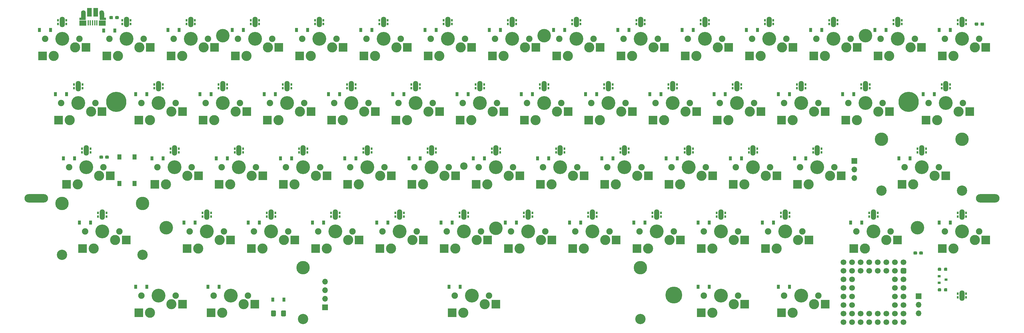
<source format=gbr>
%TF.GenerationSoftware,KiCad,Pcbnew,(5.1.9)-1*%
%TF.CreationDate,2021-10-24T15:32:31+09:00*%
%TF.ProjectId,main2,6d61696e-322e-46b6-9963-61645f706362,2*%
%TF.SameCoordinates,Original*%
%TF.FileFunction,Soldermask,Bot*%
%TF.FilePolarity,Negative*%
%FSLAX46Y46*%
G04 Gerber Fmt 4.6, Leading zero omitted, Abs format (unit mm)*
G04 Created by KiCad (PCBNEW (5.1.9)-1) date 2021-10-24 15:32:31*
%MOMM*%
%LPD*%
G01*
G04 APERTURE LIST*
%ADD10C,1.000000*%
%ADD11C,3.000000*%
%ADD12R,2.550000X2.500000*%
%ADD13C,4.100000*%
%ADD14C,1.900000*%
%ADD15O,1.700000X1.700000*%
%ADD16R,1.700000X1.700000*%
%ADD17C,1.700000*%
%ADD18R,0.900000X1.200000*%
%ADD19C,4.000000*%
%ADD20O,7.000000X2.500000*%
%ADD21C,5.000000*%
%ADD22C,2.200000*%
%ADD23C,6.000000*%
%ADD24C,3.987800*%
%ADD25C,3.048000*%
%ADD26R,1.300000X1.550000*%
%ADD27R,0.900000X0.800000*%
%ADD28O,1.500000X3.150000*%
%ADD29R,0.600000X0.700000*%
%ADD30R,1.350000X2.000000*%
%ADD31R,1.825000X0.700000*%
%ADD32R,2.000000X1.500000*%
%ADD33R,0.400000X1.650000*%
%ADD34O,1.100000X1.500000*%
%ADD35O,1.350000X1.700000*%
%ADD36R,1.430000X2.500000*%
G04 APERTURE END LIST*
D10*
%TO.C,KSW28*%
X311433000Y-133340000D03*
X324360000Y-130800000D03*
D11*
X321085000Y-130800000D03*
X314735000Y-133340000D03*
D12*
X324360000Y-130800000D03*
D13*
X317275000Y-128260000D03*
D14*
X312195000Y-128260000D03*
X322355000Y-128260000D03*
D12*
X311433000Y-133340000D03*
%TD*%
D10*
%TO.C,KSW59*%
X268570000Y-190490000D03*
X281497000Y-187950000D03*
D11*
X278222000Y-187950000D03*
X271872000Y-190490000D03*
D12*
X281497000Y-187950000D03*
D13*
X274412000Y-185410000D03*
D14*
X269332000Y-185410000D03*
X279492000Y-185410000D03*
D12*
X268570000Y-190490000D03*
%TD*%
%TO.C,C4*%
G36*
G01*
X351376000Y-105063500D02*
X351376000Y-104588500D01*
G75*
G02*
X351613500Y-104351000I237500J0D01*
G01*
X352213500Y-104351000D01*
G75*
G02*
X352451000Y-104588500I0J-237500D01*
G01*
X352451000Y-105063500D01*
G75*
G02*
X352213500Y-105301000I-237500J0D01*
G01*
X351613500Y-105301000D01*
G75*
G02*
X351376000Y-105063500I0J237500D01*
G01*
G37*
G36*
G01*
X349651000Y-105063500D02*
X349651000Y-104588500D01*
G75*
G02*
X349888500Y-104351000I237500J0D01*
G01*
X350488500Y-104351000D01*
G75*
G02*
X350726000Y-104588500I0J-237500D01*
G01*
X350726000Y-105063500D01*
G75*
G02*
X350488500Y-105301000I-237500J0D01*
G01*
X349888500Y-105301000D01*
G75*
G02*
X349651000Y-105063500I0J237500D01*
G01*
G37*
%TD*%
%TO.C,C3*%
G36*
G01*
X91915000Y-144560500D02*
X91915000Y-144085500D01*
G75*
G02*
X92152500Y-143848000I237500J0D01*
G01*
X92752500Y-143848000D01*
G75*
G02*
X92990000Y-144085500I0J-237500D01*
G01*
X92990000Y-144560500D01*
G75*
G02*
X92752500Y-144798000I-237500J0D01*
G01*
X92152500Y-144798000D01*
G75*
G02*
X91915000Y-144560500I0J237500D01*
G01*
G37*
G36*
G01*
X90190000Y-144560500D02*
X90190000Y-144085500D01*
G75*
G02*
X90427500Y-143848000I237500J0D01*
G01*
X91027500Y-143848000D01*
G75*
G02*
X91265000Y-144085500I0J-237500D01*
G01*
X91265000Y-144560500D01*
G75*
G02*
X91027500Y-144798000I-237500J0D01*
G01*
X90427500Y-144798000D01*
G75*
G02*
X90190000Y-144560500I0J237500D01*
G01*
G37*
%TD*%
D15*
%TO.C,J4*%
X333017000Y-190678000D03*
X333017000Y-188138000D03*
D16*
X333017000Y-185598000D03*
%TD*%
D15*
%TO.C,J2*%
X157122000Y-181280000D03*
X157122000Y-183820000D03*
X157122000Y-186360000D03*
D16*
X157122000Y-188900000D03*
%TD*%
D17*
%TO.C,U1*%
X328565000Y-175520000D03*
X326025000Y-178060000D03*
X326025000Y-175520000D03*
X323485000Y-178060000D03*
X323485000Y-175520000D03*
X320945000Y-178060000D03*
X320945000Y-175520000D03*
X318405000Y-178060000D03*
X318405000Y-175520000D03*
X315865000Y-178060000D03*
X315865000Y-175520000D03*
X313325000Y-175520000D03*
X310785000Y-175520000D03*
X313325000Y-178060000D03*
X310785000Y-178060000D03*
X313325000Y-180600000D03*
X310785000Y-180600000D03*
X313325000Y-183140000D03*
X310785000Y-183140000D03*
X313325000Y-185680000D03*
X310785000Y-185680000D03*
X313325000Y-188220000D03*
X310785000Y-188220000D03*
X310785000Y-190760000D03*
X310785000Y-193300000D03*
X313325000Y-190760000D03*
X313325000Y-193300000D03*
X315865000Y-190760000D03*
X315865000Y-193300000D03*
X318405000Y-190760000D03*
X318405000Y-193300000D03*
X320945000Y-190760000D03*
X320945000Y-193300000D03*
X323485000Y-190760000D03*
X323485000Y-193300000D03*
X326025000Y-193300000D03*
X328565000Y-193300000D03*
X326025000Y-190760000D03*
X328565000Y-190760000D03*
X326025000Y-188220000D03*
X328565000Y-188220000D03*
X326025000Y-185680000D03*
X328565000Y-185680000D03*
X326025000Y-183140000D03*
X328565000Y-183140000D03*
X326025000Y-180600000D03*
X328565000Y-180600000D03*
G36*
G01*
X329415000Y-177635000D02*
X329415000Y-178485000D01*
G75*
G02*
X328990000Y-178910000I-425000J0D01*
G01*
X328140000Y-178910000D01*
G75*
G02*
X327715000Y-178485000I0J425000D01*
G01*
X327715000Y-177635000D01*
G75*
G02*
X328140000Y-177210000I425000J0D01*
G01*
X328990000Y-177210000D01*
G75*
G02*
X329415000Y-177635000I0J-425000D01*
G01*
G37*
%TD*%
%TO.C,F1*%
G36*
G01*
X142504000Y-190053000D02*
X142504000Y-191303000D01*
G75*
G02*
X142254000Y-191553000I-250000J0D01*
G01*
X141329000Y-191553000D01*
G75*
G02*
X141079000Y-191303000I0J250000D01*
G01*
X141079000Y-190053000D01*
G75*
G02*
X141329000Y-189803000I250000J0D01*
G01*
X142254000Y-189803000D01*
G75*
G02*
X142504000Y-190053000I0J-250000D01*
G01*
G37*
G36*
G01*
X145479000Y-190053000D02*
X145479000Y-191303000D01*
G75*
G02*
X145229000Y-191553000I-250000J0D01*
G01*
X144304000Y-191553000D01*
G75*
G02*
X144054000Y-191303000I0J250000D01*
G01*
X144054000Y-190053000D01*
G75*
G02*
X144304000Y-189803000I250000J0D01*
G01*
X145229000Y-189803000D01*
G75*
G02*
X145479000Y-190053000I0J-250000D01*
G01*
G37*
%TD*%
D18*
%TO.C,DS1*%
X141629000Y-186614000D03*
X144929000Y-186614000D03*
%TD*%
%TO.C,C2*%
G36*
G01*
X94212500Y-102683500D02*
X94212500Y-103158500D01*
G75*
G02*
X93975000Y-103396000I-237500J0D01*
G01*
X93375000Y-103396000D01*
G75*
G02*
X93137500Y-103158500I0J237500D01*
G01*
X93137500Y-102683500D01*
G75*
G02*
X93375000Y-102446000I237500J0D01*
G01*
X93975000Y-102446000D01*
G75*
G02*
X94212500Y-102683500I0J-237500D01*
G01*
G37*
G36*
G01*
X95937500Y-102683500D02*
X95937500Y-103158500D01*
G75*
G02*
X95700000Y-103396000I-237500J0D01*
G01*
X95100000Y-103396000D01*
G75*
G02*
X94862500Y-103158500I0J237500D01*
G01*
X94862500Y-102683500D01*
G75*
G02*
X95100000Y-102446000I237500J0D01*
G01*
X95700000Y-102446000D01*
G75*
G02*
X95937500Y-102683500I0J-237500D01*
G01*
G37*
%TD*%
%TO.C,C1*%
G36*
G01*
X333215000Y-173008500D02*
X333215000Y-172533500D01*
G75*
G02*
X333452500Y-172296000I237500J0D01*
G01*
X334052500Y-172296000D01*
G75*
G02*
X334290000Y-172533500I0J-237500D01*
G01*
X334290000Y-173008500D01*
G75*
G02*
X334052500Y-173246000I-237500J0D01*
G01*
X333452500Y-173246000D01*
G75*
G02*
X333215000Y-173008500I0J237500D01*
G01*
G37*
G36*
G01*
X331490000Y-173008500D02*
X331490000Y-172533500D01*
G75*
G02*
X331727500Y-172296000I237500J0D01*
G01*
X332327500Y-172296000D01*
G75*
G02*
X332565000Y-172533500I0J-237500D01*
G01*
X332565000Y-173008500D01*
G75*
G02*
X332327500Y-173246000I-237500J0D01*
G01*
X331727500Y-173246000D01*
G75*
G02*
X331490000Y-173008500I0J237500D01*
G01*
G37*
%TD*%
D19*
%TO.C,HOLE12*%
X332650000Y-165300000D03*
%TD*%
%TO.C,HOLE10*%
X110000000Y-165300000D03*
%TD*%
%TO.C,HOLE11*%
X207738000Y-165400000D03*
%TD*%
%TO.C,HOLE9*%
X317275000Y-108300000D03*
%TD*%
%TO.C,HOLE8*%
X222025000Y-108310000D03*
%TD*%
%TO.C,HOLE7*%
X126775000Y-108300000D03*
%TD*%
D20*
%TO.C,HOLE6*%
X353540000Y-156500000D03*
%TD*%
%TO.C,HOLE5*%
X71460000Y-156500000D03*
%TD*%
D21*
%TO.C,HOLE4*%
X260500000Y-185200000D03*
%TD*%
D22*
%TO.C,HOLE3*%
X198200000Y-147000000D03*
%TD*%
D23*
%TO.C,HOLE2*%
X330050000Y-127910000D03*
%TD*%
%TO.C,HOLE1*%
X95200000Y-127900000D03*
%TD*%
D24*
%TO.C,STB2*%
X150594000Y-177155000D03*
D25*
X250594000Y-192395000D03*
D24*
X250594000Y-177155000D03*
D25*
X150594000Y-192395000D03*
%TD*%
%TO.C,STB1*%
X79118200Y-173345000D03*
D24*
X79118200Y-158105000D03*
X102994200Y-158105000D03*
D25*
X102994200Y-173345000D03*
%TD*%
%TO.C,STB3*%
X322006000Y-154295000D03*
D24*
X322006000Y-139055000D03*
X345882000Y-139055000D03*
D25*
X345882000Y-154295000D03*
%TD*%
D26*
%TO.C,RSW1*%
X96150000Y-144225000D03*
X100650000Y-144225000D03*
X100650000Y-152175000D03*
X96150000Y-152175000D03*
%TD*%
%TO.C,R2*%
G36*
G01*
X340554000Y-183930500D02*
X340554000Y-183455500D01*
G75*
G02*
X340791500Y-183218000I237500J0D01*
G01*
X341291500Y-183218000D01*
G75*
G02*
X341529000Y-183455500I0J-237500D01*
G01*
X341529000Y-183930500D01*
G75*
G02*
X341291500Y-184168000I-237500J0D01*
G01*
X340791500Y-184168000D01*
G75*
G02*
X340554000Y-183930500I0J237500D01*
G01*
G37*
G36*
G01*
X338729000Y-183930500D02*
X338729000Y-183455500D01*
G75*
G02*
X338966500Y-183218000I237500J0D01*
G01*
X339466500Y-183218000D01*
G75*
G02*
X339704000Y-183455500I0J-237500D01*
G01*
X339704000Y-183930500D01*
G75*
G02*
X339466500Y-184168000I-237500J0D01*
G01*
X338966500Y-184168000D01*
G75*
G02*
X338729000Y-183930500I0J237500D01*
G01*
G37*
%TD*%
%TO.C,R1*%
G36*
G01*
X339704000Y-177359500D02*
X339704000Y-177834500D01*
G75*
G02*
X339466500Y-178072000I-237500J0D01*
G01*
X338966500Y-178072000D01*
G75*
G02*
X338729000Y-177834500I0J237500D01*
G01*
X338729000Y-177359500D01*
G75*
G02*
X338966500Y-177122000I237500J0D01*
G01*
X339466500Y-177122000D01*
G75*
G02*
X339704000Y-177359500I0J-237500D01*
G01*
G37*
G36*
G01*
X341529000Y-177359500D02*
X341529000Y-177834500D01*
G75*
G02*
X341291500Y-178072000I-237500J0D01*
G01*
X340791500Y-178072000D01*
G75*
G02*
X340554000Y-177834500I0J237500D01*
G01*
X340554000Y-177359500D01*
G75*
G02*
X340791500Y-177122000I237500J0D01*
G01*
X341291500Y-177122000D01*
G75*
G02*
X341529000Y-177359500I0J-237500D01*
G01*
G37*
%TD*%
D27*
%TO.C,Q1*%
X341129000Y-180645000D03*
X339129000Y-179695000D03*
X339129000Y-181595000D03*
%TD*%
D28*
%TO.C,LED56*%
X345850000Y-104250000D03*
D29*
X344600000Y-103700000D03*
X344600000Y-104800000D03*
X347100000Y-104800000D03*
X347100000Y-103700000D03*
%TD*%
D28*
%TO.C,LED55*%
X326800000Y-104250000D03*
D29*
X325550000Y-103700000D03*
X325550000Y-104800000D03*
X328050000Y-104800000D03*
X328050000Y-103700000D03*
%TD*%
D28*
%TO.C,LED54*%
X307750000Y-104250000D03*
D29*
X306500000Y-103700000D03*
X306500000Y-104800000D03*
X309000000Y-104800000D03*
X309000000Y-103700000D03*
%TD*%
D28*
%TO.C,LED53*%
X288700000Y-104250000D03*
D29*
X287450000Y-103700000D03*
X287450000Y-104800000D03*
X289950000Y-104800000D03*
X289950000Y-103700000D03*
%TD*%
D28*
%TO.C,LED52*%
X269650000Y-104250000D03*
D29*
X268400000Y-103700000D03*
X268400000Y-104800000D03*
X270900000Y-104800000D03*
X270900000Y-103700000D03*
%TD*%
D28*
%TO.C,LED51*%
X250600000Y-104250000D03*
D29*
X249350000Y-103700000D03*
X249350000Y-104800000D03*
X251850000Y-104800000D03*
X251850000Y-103700000D03*
%TD*%
D28*
%TO.C,LED50*%
X231550000Y-104250000D03*
D29*
X230300000Y-103700000D03*
X230300000Y-104800000D03*
X232800000Y-104800000D03*
X232800000Y-103700000D03*
%TD*%
D28*
%TO.C,LED49*%
X212500000Y-104250000D03*
D29*
X211250000Y-103700000D03*
X211250000Y-104800000D03*
X213750000Y-104800000D03*
X213750000Y-103700000D03*
%TD*%
D28*
%TO.C,LED48*%
X193450000Y-104250000D03*
D29*
X192200000Y-103700000D03*
X192200000Y-104800000D03*
X194700000Y-104800000D03*
X194700000Y-103700000D03*
%TD*%
D28*
%TO.C,LED47*%
X174400000Y-104250000D03*
D29*
X173150000Y-103700000D03*
X173150000Y-104800000D03*
X175650000Y-104800000D03*
X175650000Y-103700000D03*
%TD*%
D28*
%TO.C,LED46*%
X155350000Y-104250000D03*
D29*
X154100000Y-103700000D03*
X154100000Y-104800000D03*
X156600000Y-104800000D03*
X156600000Y-103700000D03*
%TD*%
D28*
%TO.C,LED45*%
X136300000Y-104250000D03*
D29*
X135050000Y-103700000D03*
X135050000Y-104800000D03*
X137550000Y-104800000D03*
X137550000Y-103700000D03*
%TD*%
D28*
%TO.C,LED44*%
X117250000Y-104250000D03*
D29*
X116000000Y-103700000D03*
X116000000Y-104800000D03*
X118500000Y-104800000D03*
X118500000Y-103700000D03*
%TD*%
D28*
%TO.C,LED43*%
X98200000Y-104250000D03*
D29*
X96950000Y-103700000D03*
X96950000Y-104800000D03*
X99450000Y-104800000D03*
X99450000Y-103700000D03*
%TD*%
D28*
%TO.C,LED42*%
X79150000Y-104250000D03*
D29*
X77900000Y-103700000D03*
X77900000Y-104800000D03*
X80400000Y-104800000D03*
X80400000Y-103700000D03*
%TD*%
D28*
%TO.C,LED41*%
X83912500Y-123300000D03*
D29*
X85162500Y-123850000D03*
X85162500Y-122750000D03*
X82662500Y-122750000D03*
X82662500Y-123850000D03*
%TD*%
D28*
%TO.C,LED40*%
X107725000Y-123300000D03*
D29*
X108975000Y-123850000D03*
X108975000Y-122750000D03*
X106475000Y-122750000D03*
X106475000Y-123850000D03*
%TD*%
D28*
%TO.C,LED39*%
X126775000Y-123300000D03*
D29*
X128025000Y-123850000D03*
X128025000Y-122750000D03*
X125525000Y-122750000D03*
X125525000Y-123850000D03*
%TD*%
D28*
%TO.C,LED38*%
X145825000Y-123300000D03*
D29*
X147075000Y-123850000D03*
X147075000Y-122750000D03*
X144575000Y-122750000D03*
X144575000Y-123850000D03*
%TD*%
D28*
%TO.C,LED37*%
X164875000Y-123300000D03*
D29*
X166125000Y-123850000D03*
X166125000Y-122750000D03*
X163625000Y-122750000D03*
X163625000Y-123850000D03*
%TD*%
D28*
%TO.C,LED36*%
X183925000Y-123300000D03*
D29*
X185175000Y-123850000D03*
X185175000Y-122750000D03*
X182675000Y-122750000D03*
X182675000Y-123850000D03*
%TD*%
D28*
%TO.C,LED35*%
X202975000Y-123300000D03*
D29*
X204225000Y-123850000D03*
X204225000Y-122750000D03*
X201725000Y-122750000D03*
X201725000Y-123850000D03*
%TD*%
D28*
%TO.C,LED34*%
X222025000Y-123300000D03*
D29*
X223275000Y-123850000D03*
X223275000Y-122750000D03*
X220775000Y-122750000D03*
X220775000Y-123850000D03*
%TD*%
D28*
%TO.C,LED33*%
X241075000Y-123300000D03*
D29*
X242325000Y-123850000D03*
X242325000Y-122750000D03*
X239825000Y-122750000D03*
X239825000Y-123850000D03*
%TD*%
D28*
%TO.C,LED32*%
X260125000Y-123300000D03*
D29*
X261375000Y-123850000D03*
X261375000Y-122750000D03*
X258875000Y-122750000D03*
X258875000Y-123850000D03*
%TD*%
D28*
%TO.C,LED31*%
X279175000Y-123300000D03*
D29*
X280425000Y-123850000D03*
X280425000Y-122750000D03*
X277925000Y-122750000D03*
X277925000Y-123850000D03*
%TD*%
D28*
%TO.C,LED30*%
X298225000Y-123300000D03*
D29*
X299475000Y-123850000D03*
X299475000Y-122750000D03*
X296975000Y-122750000D03*
X296975000Y-123850000D03*
%TD*%
D28*
%TO.C,LED29*%
X317275000Y-123300000D03*
D29*
X318525000Y-123850000D03*
X318525000Y-122750000D03*
X316025000Y-122750000D03*
X316025000Y-123850000D03*
%TD*%
D28*
%TO.C,LED28*%
X341088000Y-123300000D03*
D29*
X342338000Y-123850000D03*
X342338000Y-122750000D03*
X339838000Y-122750000D03*
X339838000Y-123850000D03*
%TD*%
D28*
%TO.C,LED27*%
X333944000Y-142350000D03*
D29*
X332694000Y-141800000D03*
X332694000Y-142900000D03*
X335194000Y-142900000D03*
X335194000Y-141800000D03*
%TD*%
D28*
%TO.C,LED26*%
X302988000Y-142350000D03*
D29*
X301738000Y-141800000D03*
X301738000Y-142900000D03*
X304238000Y-142900000D03*
X304238000Y-141800000D03*
%TD*%
D28*
%TO.C,LED25*%
X283938000Y-142350000D03*
D29*
X282688000Y-141800000D03*
X282688000Y-142900000D03*
X285188000Y-142900000D03*
X285188000Y-141800000D03*
%TD*%
D28*
%TO.C,LED24*%
X264888000Y-142350000D03*
D29*
X263638000Y-141800000D03*
X263638000Y-142900000D03*
X266138000Y-142900000D03*
X266138000Y-141800000D03*
%TD*%
D28*
%TO.C,LED23*%
X245838000Y-142350000D03*
D29*
X244588000Y-141800000D03*
X244588000Y-142900000D03*
X247088000Y-142900000D03*
X247088000Y-141800000D03*
%TD*%
D28*
%TO.C,LED22*%
X226788000Y-142350000D03*
D29*
X225538000Y-141800000D03*
X225538000Y-142900000D03*
X228038000Y-142900000D03*
X228038000Y-141800000D03*
%TD*%
D28*
%TO.C,LED21*%
X207738000Y-142350000D03*
D29*
X206488000Y-141800000D03*
X206488000Y-142900000D03*
X208988000Y-142900000D03*
X208988000Y-141800000D03*
%TD*%
D28*
%TO.C,LED20*%
X188688000Y-142350000D03*
D29*
X187438000Y-141800000D03*
X187438000Y-142900000D03*
X189938000Y-142900000D03*
X189938000Y-141800000D03*
%TD*%
D28*
%TO.C,LED19*%
X169638000Y-142350000D03*
D29*
X168388000Y-141800000D03*
X168388000Y-142900000D03*
X170888000Y-142900000D03*
X170888000Y-141800000D03*
%TD*%
D28*
%TO.C,LED18*%
X150588000Y-142350000D03*
D29*
X149338000Y-141800000D03*
X149338000Y-142900000D03*
X151838000Y-142900000D03*
X151838000Y-141800000D03*
%TD*%
D28*
%TO.C,LED17*%
X131538000Y-142350000D03*
D29*
X130288000Y-141800000D03*
X130288000Y-142900000D03*
X132788000Y-142900000D03*
X132788000Y-141800000D03*
%TD*%
D28*
%TO.C,LED16*%
X112488000Y-142350000D03*
D29*
X111238000Y-141800000D03*
X111238000Y-142900000D03*
X113738000Y-142900000D03*
X113738000Y-141800000D03*
%TD*%
D28*
%TO.C,LED15*%
X86293800Y-142350000D03*
D29*
X85043800Y-141800000D03*
X85043800Y-142900000D03*
X87543800Y-142900000D03*
X87543800Y-141800000D03*
%TD*%
D28*
%TO.C,LED14*%
X91056200Y-161400000D03*
D29*
X92306200Y-161950000D03*
X92306200Y-160850000D03*
X89806200Y-160850000D03*
X89806200Y-161950000D03*
%TD*%
D28*
%TO.C,LED13*%
X122012000Y-161400000D03*
D29*
X123262000Y-161950000D03*
X123262000Y-160850000D03*
X120762000Y-160850000D03*
X120762000Y-161950000D03*
%TD*%
D28*
%TO.C,LED12*%
X141062000Y-161400000D03*
D29*
X142312000Y-161950000D03*
X142312000Y-160850000D03*
X139812000Y-160850000D03*
X139812000Y-161950000D03*
%TD*%
D28*
%TO.C,LED11*%
X160112000Y-161400000D03*
D29*
X161362000Y-161950000D03*
X161362000Y-160850000D03*
X158862000Y-160850000D03*
X158862000Y-161950000D03*
%TD*%
D28*
%TO.C,LED10*%
X179162000Y-161400000D03*
D29*
X180412000Y-161950000D03*
X180412000Y-160850000D03*
X177912000Y-160850000D03*
X177912000Y-161950000D03*
%TD*%
D28*
%TO.C,LED9*%
X198212000Y-161400000D03*
D29*
X199462000Y-161950000D03*
X199462000Y-160850000D03*
X196962000Y-160850000D03*
X196962000Y-161950000D03*
%TD*%
D28*
%TO.C,LED8*%
X217262000Y-161400000D03*
D29*
X218512000Y-161950000D03*
X218512000Y-160850000D03*
X216012000Y-160850000D03*
X216012000Y-161950000D03*
%TD*%
D28*
%TO.C,LED7*%
X236312000Y-161400000D03*
D29*
X237562000Y-161950000D03*
X237562000Y-160850000D03*
X235062000Y-160850000D03*
X235062000Y-161950000D03*
%TD*%
D28*
%TO.C,LED6*%
X255362000Y-161400000D03*
D29*
X256612000Y-161950000D03*
X256612000Y-160850000D03*
X254112000Y-160850000D03*
X254112000Y-161950000D03*
%TD*%
D28*
%TO.C,LED5*%
X274412000Y-161400000D03*
D29*
X275662000Y-161950000D03*
X275662000Y-160850000D03*
X273162000Y-160850000D03*
X273162000Y-161950000D03*
%TD*%
D28*
%TO.C,LED4*%
X293462000Y-161400000D03*
D29*
X294712000Y-161950000D03*
X294712000Y-160850000D03*
X292212000Y-160850000D03*
X292212000Y-161950000D03*
%TD*%
D28*
%TO.C,LED3*%
X319656000Y-161400000D03*
D29*
X320906000Y-161950000D03*
X320906000Y-160850000D03*
X318406000Y-160850000D03*
X318406000Y-161950000D03*
%TD*%
D28*
%TO.C,LED2*%
X345850000Y-161400000D03*
D29*
X347100000Y-161950000D03*
X347100000Y-160850000D03*
X344600000Y-160850000D03*
X344600000Y-161950000D03*
%TD*%
D28*
%TO.C,LED1*%
X345851000Y-185410000D03*
D29*
X344601000Y-184860000D03*
X344601000Y-185960000D03*
X347101000Y-185960000D03*
X347101000Y-184860000D03*
%TD*%
D10*
%TO.C,KSW60*%
X292383000Y-190490000D03*
X305310000Y-187950000D03*
D11*
X302035000Y-187950000D03*
X295685000Y-190490000D03*
D12*
X305310000Y-187950000D03*
D13*
X298225000Y-185410000D03*
D14*
X293145000Y-185410000D03*
X303305000Y-185410000D03*
D12*
X292383000Y-190490000D03*
%TD*%
D10*
%TO.C,KSW58*%
X194752000Y-190490000D03*
X207679000Y-187950000D03*
D11*
X204404000Y-187950000D03*
X198054000Y-190490000D03*
D12*
X207679000Y-187950000D03*
D13*
X200594000Y-185410000D03*
D14*
X195514000Y-185410000D03*
X205674000Y-185410000D03*
D12*
X194752000Y-190490000D03*
%TD*%
D10*
%TO.C,KSW57*%
X123314000Y-190490000D03*
X136241000Y-187950000D03*
D11*
X132966000Y-187950000D03*
X126616000Y-190490000D03*
D12*
X136241000Y-187950000D03*
D13*
X129156000Y-185410000D03*
D14*
X124076000Y-185410000D03*
X134236000Y-185410000D03*
D12*
X123314000Y-190490000D03*
%TD*%
D10*
%TO.C,KSW56*%
X101883000Y-190490000D03*
X114810000Y-187950000D03*
D11*
X111535000Y-187950000D03*
X105185000Y-190490000D03*
D12*
X114810000Y-187950000D03*
D13*
X107725000Y-185410000D03*
D14*
X102645000Y-185410000D03*
X112805000Y-185410000D03*
D12*
X101883000Y-190490000D03*
%TD*%
D10*
%TO.C,KSW55*%
X340008000Y-171440000D03*
X352935000Y-168900000D03*
D11*
X349660000Y-168900000D03*
X343310000Y-171440000D03*
D12*
X352935000Y-168900000D03*
D13*
X345850000Y-166360000D03*
D14*
X340770000Y-166360000D03*
X350930000Y-166360000D03*
D12*
X340008000Y-171440000D03*
%TD*%
D10*
%TO.C,KSW54*%
X313814000Y-171440000D03*
X326741000Y-168900000D03*
D11*
X323466000Y-168900000D03*
X317116000Y-171440000D03*
D12*
X326741000Y-168900000D03*
D13*
X319656000Y-166360000D03*
D14*
X314576000Y-166360000D03*
X324736000Y-166360000D03*
D12*
X313814000Y-171440000D03*
%TD*%
D10*
%TO.C,KSW53*%
X287620000Y-171440000D03*
X300547000Y-168900000D03*
D11*
X297272000Y-168900000D03*
X290922000Y-171440000D03*
D12*
X300547000Y-168900000D03*
D13*
X293462000Y-166360000D03*
D14*
X288382000Y-166360000D03*
X298542000Y-166360000D03*
D12*
X287620000Y-171440000D03*
%TD*%
D10*
%TO.C,KSW52*%
X268570000Y-171440000D03*
X281497000Y-168900000D03*
D11*
X278222000Y-168900000D03*
X271872000Y-171440000D03*
D12*
X281497000Y-168900000D03*
D13*
X274412000Y-166360000D03*
D14*
X269332000Y-166360000D03*
X279492000Y-166360000D03*
D12*
X268570000Y-171440000D03*
%TD*%
D10*
%TO.C,KSW51*%
X249520000Y-171440000D03*
X262447000Y-168900000D03*
D11*
X259172000Y-168900000D03*
X252822000Y-171440000D03*
D12*
X262447000Y-168900000D03*
D13*
X255362000Y-166360000D03*
D14*
X250282000Y-166360000D03*
X260442000Y-166360000D03*
D12*
X249520000Y-171440000D03*
%TD*%
D10*
%TO.C,KSW50*%
X230470000Y-171440000D03*
X243397000Y-168900000D03*
D11*
X240122000Y-168900000D03*
X233772000Y-171440000D03*
D12*
X243397000Y-168900000D03*
D13*
X236312000Y-166360000D03*
D14*
X231232000Y-166360000D03*
X241392000Y-166360000D03*
D12*
X230470000Y-171440000D03*
%TD*%
D10*
%TO.C,KSW49*%
X211420000Y-171440000D03*
X224347000Y-168900000D03*
D11*
X221072000Y-168900000D03*
X214722000Y-171440000D03*
D12*
X224347000Y-168900000D03*
D13*
X217262000Y-166360000D03*
D14*
X212182000Y-166360000D03*
X222342000Y-166360000D03*
D12*
X211420000Y-171440000D03*
%TD*%
D10*
%TO.C,KSW48*%
X192370000Y-171440000D03*
X205297000Y-168900000D03*
D11*
X202022000Y-168900000D03*
X195672000Y-171440000D03*
D12*
X205297000Y-168900000D03*
D13*
X198212000Y-166360000D03*
D14*
X193132000Y-166360000D03*
X203292000Y-166360000D03*
D12*
X192370000Y-171440000D03*
%TD*%
D10*
%TO.C,KSW47*%
X173320000Y-171440000D03*
X186247000Y-168900000D03*
D11*
X182972000Y-168900000D03*
X176622000Y-171440000D03*
D12*
X186247000Y-168900000D03*
D13*
X179162000Y-166360000D03*
D14*
X174082000Y-166360000D03*
X184242000Y-166360000D03*
D12*
X173320000Y-171440000D03*
%TD*%
D10*
%TO.C,KSW46*%
X154270000Y-171440000D03*
X167197000Y-168900000D03*
D11*
X163922000Y-168900000D03*
X157572000Y-171440000D03*
D12*
X167197000Y-168900000D03*
D13*
X160112000Y-166360000D03*
D14*
X155032000Y-166360000D03*
X165192000Y-166360000D03*
D12*
X154270000Y-171440000D03*
%TD*%
D10*
%TO.C,KSW45*%
X135220000Y-171440000D03*
X148147000Y-168900000D03*
D11*
X144872000Y-168900000D03*
X138522000Y-171440000D03*
D12*
X148147000Y-168900000D03*
D13*
X141062000Y-166360000D03*
D14*
X135982000Y-166360000D03*
X146142000Y-166360000D03*
D12*
X135220000Y-171440000D03*
%TD*%
D10*
%TO.C,KSW44*%
X116170000Y-171440000D03*
X129097000Y-168900000D03*
D11*
X125822000Y-168900000D03*
X119472000Y-171440000D03*
D12*
X129097000Y-168900000D03*
D13*
X122012000Y-166360000D03*
D14*
X116932000Y-166360000D03*
X127092000Y-166360000D03*
D12*
X116170000Y-171440000D03*
%TD*%
D10*
%TO.C,KSW43*%
X85214200Y-171440000D03*
X98141200Y-168900000D03*
D11*
X94866200Y-168900000D03*
X88516200Y-171440000D03*
D12*
X98141200Y-168900000D03*
D13*
X91056200Y-166360000D03*
D14*
X85976200Y-166360000D03*
X96136200Y-166360000D03*
D12*
X85214200Y-171440000D03*
%TD*%
D10*
%TO.C,KSW42*%
X328102000Y-152390000D03*
X341029000Y-149850000D03*
D11*
X337754000Y-149850000D03*
X331404000Y-152390000D03*
D12*
X341029000Y-149850000D03*
D13*
X333944000Y-147310000D03*
D14*
X328864000Y-147310000D03*
X339024000Y-147310000D03*
D12*
X328102000Y-152390000D03*
%TD*%
D10*
%TO.C,KSW41*%
X297146000Y-152390000D03*
X310073000Y-149850000D03*
D11*
X306798000Y-149850000D03*
X300448000Y-152390000D03*
D12*
X310073000Y-149850000D03*
D13*
X302988000Y-147310000D03*
D14*
X297908000Y-147310000D03*
X308068000Y-147310000D03*
D12*
X297146000Y-152390000D03*
%TD*%
D10*
%TO.C,KSW40*%
X278096000Y-152390000D03*
X291023000Y-149850000D03*
D11*
X287748000Y-149850000D03*
X281398000Y-152390000D03*
D12*
X291023000Y-149850000D03*
D13*
X283938000Y-147310000D03*
D14*
X278858000Y-147310000D03*
X289018000Y-147310000D03*
D12*
X278096000Y-152390000D03*
%TD*%
D10*
%TO.C,KSW39*%
X259046000Y-152390000D03*
X271973000Y-149850000D03*
D11*
X268698000Y-149850000D03*
X262348000Y-152390000D03*
D12*
X271973000Y-149850000D03*
D13*
X264888000Y-147310000D03*
D14*
X259808000Y-147310000D03*
X269968000Y-147310000D03*
D12*
X259046000Y-152390000D03*
%TD*%
D10*
%TO.C,KSW38*%
X239996000Y-152390000D03*
X252923000Y-149850000D03*
D11*
X249648000Y-149850000D03*
X243298000Y-152390000D03*
D12*
X252923000Y-149850000D03*
D13*
X245838000Y-147310000D03*
D14*
X240758000Y-147310000D03*
X250918000Y-147310000D03*
D12*
X239996000Y-152390000D03*
%TD*%
D10*
%TO.C,KSW37*%
X220946000Y-152390000D03*
X233873000Y-149850000D03*
D11*
X230598000Y-149850000D03*
X224248000Y-152390000D03*
D12*
X233873000Y-149850000D03*
D13*
X226788000Y-147310000D03*
D14*
X221708000Y-147310000D03*
X231868000Y-147310000D03*
D12*
X220946000Y-152390000D03*
%TD*%
D10*
%TO.C,KSW36*%
X201896000Y-152390000D03*
X214823000Y-149850000D03*
D11*
X211548000Y-149850000D03*
X205198000Y-152390000D03*
D12*
X214823000Y-149850000D03*
D13*
X207738000Y-147310000D03*
D14*
X202658000Y-147310000D03*
X212818000Y-147310000D03*
D12*
X201896000Y-152390000D03*
%TD*%
D10*
%TO.C,KSW35*%
X182846000Y-152390000D03*
X195773000Y-149850000D03*
D11*
X192498000Y-149850000D03*
X186148000Y-152390000D03*
D12*
X195773000Y-149850000D03*
D13*
X188688000Y-147310000D03*
D14*
X183608000Y-147310000D03*
X193768000Y-147310000D03*
D12*
X182846000Y-152390000D03*
%TD*%
D10*
%TO.C,KSW34*%
X163796000Y-152390000D03*
X176723000Y-149850000D03*
D11*
X173448000Y-149850000D03*
X167098000Y-152390000D03*
D12*
X176723000Y-149850000D03*
D13*
X169638000Y-147310000D03*
D14*
X164558000Y-147310000D03*
X174718000Y-147310000D03*
D12*
X163796000Y-152390000D03*
%TD*%
D10*
%TO.C,KSW33*%
X144746000Y-152390000D03*
X157673000Y-149850000D03*
D11*
X154398000Y-149850000D03*
X148048000Y-152390000D03*
D12*
X157673000Y-149850000D03*
D13*
X150588000Y-147310000D03*
D14*
X145508000Y-147310000D03*
X155668000Y-147310000D03*
D12*
X144746000Y-152390000D03*
%TD*%
D10*
%TO.C,KSW32*%
X125696000Y-152390000D03*
X138623000Y-149850000D03*
D11*
X135348000Y-149850000D03*
X128998000Y-152390000D03*
D12*
X138623000Y-149850000D03*
D13*
X131538000Y-147310000D03*
D14*
X126458000Y-147310000D03*
X136618000Y-147310000D03*
D12*
X125696000Y-152390000D03*
%TD*%
D10*
%TO.C,KSW31*%
X106646000Y-152390000D03*
X119573000Y-149850000D03*
D11*
X116298000Y-149850000D03*
X109948000Y-152390000D03*
D12*
X119573000Y-149850000D03*
D13*
X112488000Y-147310000D03*
D14*
X107408000Y-147310000D03*
X117568000Y-147310000D03*
D12*
X106646000Y-152390000D03*
%TD*%
D10*
%TO.C,KSW30*%
X80451800Y-152390000D03*
X93378800Y-149850000D03*
D11*
X90103800Y-149850000D03*
X83753800Y-152390000D03*
D12*
X93378800Y-149850000D03*
D13*
X86293800Y-147310000D03*
D14*
X81213800Y-147310000D03*
X91373800Y-147310000D03*
D12*
X80451800Y-152390000D03*
%TD*%
D10*
%TO.C,KSW29*%
X335246000Y-133340000D03*
X348173000Y-130800000D03*
D11*
X344898000Y-130800000D03*
X338548000Y-133340000D03*
D12*
X348173000Y-130800000D03*
D13*
X341088000Y-128260000D03*
D14*
X336008000Y-128260000D03*
X346168000Y-128260000D03*
D12*
X335246000Y-133340000D03*
%TD*%
D10*
%TO.C,KSW27*%
X292383000Y-133340000D03*
X305310000Y-130800000D03*
D11*
X302035000Y-130800000D03*
X295685000Y-133340000D03*
D12*
X305310000Y-130800000D03*
D13*
X298225000Y-128260000D03*
D14*
X293145000Y-128260000D03*
X303305000Y-128260000D03*
D12*
X292383000Y-133340000D03*
%TD*%
D10*
%TO.C,KSW26*%
X273333000Y-133340000D03*
X286260000Y-130800000D03*
D11*
X282985000Y-130800000D03*
X276635000Y-133340000D03*
D12*
X286260000Y-130800000D03*
D13*
X279175000Y-128260000D03*
D14*
X274095000Y-128260000D03*
X284255000Y-128260000D03*
D12*
X273333000Y-133340000D03*
%TD*%
D10*
%TO.C,KSW25*%
X254283000Y-133340000D03*
X267210000Y-130800000D03*
D11*
X263935000Y-130800000D03*
X257585000Y-133340000D03*
D12*
X267210000Y-130800000D03*
D13*
X260125000Y-128260000D03*
D14*
X255045000Y-128260000D03*
X265205000Y-128260000D03*
D12*
X254283000Y-133340000D03*
%TD*%
D10*
%TO.C,KSW24*%
X235233000Y-133340000D03*
X248160000Y-130800000D03*
D11*
X244885000Y-130800000D03*
X238535000Y-133340000D03*
D12*
X248160000Y-130800000D03*
D13*
X241075000Y-128260000D03*
D14*
X235995000Y-128260000D03*
X246155000Y-128260000D03*
D12*
X235233000Y-133340000D03*
%TD*%
D10*
%TO.C,KSW23*%
X216183000Y-133340000D03*
X229110000Y-130800000D03*
D11*
X225835000Y-130800000D03*
X219485000Y-133340000D03*
D12*
X229110000Y-130800000D03*
D13*
X222025000Y-128260000D03*
D14*
X216945000Y-128260000D03*
X227105000Y-128260000D03*
D12*
X216183000Y-133340000D03*
%TD*%
D10*
%TO.C,KSW22*%
X197133000Y-133340000D03*
X210060000Y-130800000D03*
D11*
X206785000Y-130800000D03*
X200435000Y-133340000D03*
D12*
X210060000Y-130800000D03*
D13*
X202975000Y-128260000D03*
D14*
X197895000Y-128260000D03*
X208055000Y-128260000D03*
D12*
X197133000Y-133340000D03*
%TD*%
D10*
%TO.C,KSW21*%
X178083000Y-133340000D03*
X191010000Y-130800000D03*
D11*
X187735000Y-130800000D03*
X181385000Y-133340000D03*
D12*
X191010000Y-130800000D03*
D13*
X183925000Y-128260000D03*
D14*
X178845000Y-128260000D03*
X189005000Y-128260000D03*
D12*
X178083000Y-133340000D03*
%TD*%
D10*
%TO.C,KSW20*%
X159033000Y-133340000D03*
X171960000Y-130800000D03*
D11*
X168685000Y-130800000D03*
X162335000Y-133340000D03*
D12*
X171960000Y-130800000D03*
D13*
X164875000Y-128260000D03*
D14*
X159795000Y-128260000D03*
X169955000Y-128260000D03*
D12*
X159033000Y-133340000D03*
%TD*%
D10*
%TO.C,KSW19*%
X139983000Y-133340000D03*
X152910000Y-130800000D03*
D11*
X149635000Y-130800000D03*
X143285000Y-133340000D03*
D12*
X152910000Y-130800000D03*
D13*
X145825000Y-128260000D03*
D14*
X140745000Y-128260000D03*
X150905000Y-128260000D03*
D12*
X139983000Y-133340000D03*
%TD*%
D10*
%TO.C,KSW18*%
X120933000Y-133340000D03*
X133860000Y-130800000D03*
D11*
X130585000Y-130800000D03*
X124235000Y-133340000D03*
D12*
X133860000Y-130800000D03*
D13*
X126775000Y-128260000D03*
D14*
X121695000Y-128260000D03*
X131855000Y-128260000D03*
D12*
X120933000Y-133340000D03*
%TD*%
D10*
%TO.C,KSW17*%
X101883000Y-133340000D03*
X114810000Y-130800000D03*
D11*
X111535000Y-130800000D03*
X105185000Y-133340000D03*
D12*
X114810000Y-130800000D03*
D13*
X107725000Y-128260000D03*
D14*
X102645000Y-128260000D03*
X112805000Y-128260000D03*
D12*
X101883000Y-133340000D03*
%TD*%
D10*
%TO.C,KSW16*%
X78070500Y-133340000D03*
X90997500Y-130800000D03*
D11*
X87722500Y-130800000D03*
X81372500Y-133340000D03*
D12*
X90997500Y-130800000D03*
D13*
X83912500Y-128260000D03*
D14*
X78832500Y-128260000D03*
X88992500Y-128260000D03*
D12*
X78070500Y-133340000D03*
%TD*%
D10*
%TO.C,KSW15*%
X340008000Y-114290000D03*
X352935000Y-111750000D03*
D11*
X349660000Y-111750000D03*
X343310000Y-114290000D03*
D12*
X352935000Y-111750000D03*
D13*
X345850000Y-109210000D03*
D14*
X340770000Y-109210000D03*
X350930000Y-109210000D03*
D12*
X340008000Y-114290000D03*
%TD*%
D10*
%TO.C,KSW14*%
X320958000Y-114290000D03*
X333885000Y-111750000D03*
D11*
X330610000Y-111750000D03*
X324260000Y-114290000D03*
D12*
X333885000Y-111750000D03*
D13*
X326800000Y-109210000D03*
D14*
X321720000Y-109210000D03*
X331880000Y-109210000D03*
D12*
X320958000Y-114290000D03*
%TD*%
D10*
%TO.C,KSW13*%
X301908000Y-114290000D03*
X314835000Y-111750000D03*
D11*
X311560000Y-111750000D03*
X305210000Y-114290000D03*
D12*
X314835000Y-111750000D03*
D13*
X307750000Y-109210000D03*
D14*
X302670000Y-109210000D03*
X312830000Y-109210000D03*
D12*
X301908000Y-114290000D03*
%TD*%
D10*
%TO.C,KSW12*%
X282858000Y-114290000D03*
X295785000Y-111750000D03*
D11*
X292510000Y-111750000D03*
X286160000Y-114290000D03*
D12*
X295785000Y-111750000D03*
D13*
X288700000Y-109210000D03*
D14*
X283620000Y-109210000D03*
X293780000Y-109210000D03*
D12*
X282858000Y-114290000D03*
%TD*%
D10*
%TO.C,KSW11*%
X263808000Y-114290000D03*
X276735000Y-111750000D03*
D11*
X273460000Y-111750000D03*
X267110000Y-114290000D03*
D12*
X276735000Y-111750000D03*
D13*
X269650000Y-109210000D03*
D14*
X264570000Y-109210000D03*
X274730000Y-109210000D03*
D12*
X263808000Y-114290000D03*
%TD*%
D10*
%TO.C,KSW10*%
X244758000Y-114290000D03*
X257685000Y-111750000D03*
D11*
X254410000Y-111750000D03*
X248060000Y-114290000D03*
D12*
X257685000Y-111750000D03*
D13*
X250600000Y-109210000D03*
D14*
X245520000Y-109210000D03*
X255680000Y-109210000D03*
D12*
X244758000Y-114290000D03*
%TD*%
D10*
%TO.C,KSW9*%
X225708000Y-114290000D03*
X238635000Y-111750000D03*
D11*
X235360000Y-111750000D03*
X229010000Y-114290000D03*
D12*
X238635000Y-111750000D03*
D13*
X231550000Y-109210000D03*
D14*
X226470000Y-109210000D03*
X236630000Y-109210000D03*
D12*
X225708000Y-114290000D03*
%TD*%
D10*
%TO.C,KSW8*%
X206658000Y-114290000D03*
X219585000Y-111750000D03*
D11*
X216310000Y-111750000D03*
X209960000Y-114290000D03*
D12*
X219585000Y-111750000D03*
D13*
X212500000Y-109210000D03*
D14*
X207420000Y-109210000D03*
X217580000Y-109210000D03*
D12*
X206658000Y-114290000D03*
%TD*%
D10*
%TO.C,KSW7*%
X187608000Y-114290000D03*
X200535000Y-111750000D03*
D11*
X197260000Y-111750000D03*
X190910000Y-114290000D03*
D12*
X200535000Y-111750000D03*
D13*
X193450000Y-109210000D03*
D14*
X188370000Y-109210000D03*
X198530000Y-109210000D03*
D12*
X187608000Y-114290000D03*
%TD*%
D10*
%TO.C,KSW6*%
X168558000Y-114290000D03*
X181485000Y-111750000D03*
D11*
X178210000Y-111750000D03*
X171860000Y-114290000D03*
D12*
X181485000Y-111750000D03*
D13*
X174400000Y-109210000D03*
D14*
X169320000Y-109210000D03*
X179480000Y-109210000D03*
D12*
X168558000Y-114290000D03*
%TD*%
D10*
%TO.C,KSW5*%
X149508000Y-114290000D03*
X162435000Y-111750000D03*
D11*
X159160000Y-111750000D03*
X152810000Y-114290000D03*
D12*
X162435000Y-111750000D03*
D13*
X155350000Y-109210000D03*
D14*
X150270000Y-109210000D03*
X160430000Y-109210000D03*
D12*
X149508000Y-114290000D03*
%TD*%
D10*
%TO.C,KSW4*%
X130458000Y-114290000D03*
X143385000Y-111750000D03*
D11*
X140110000Y-111750000D03*
X133760000Y-114290000D03*
D12*
X143385000Y-111750000D03*
D13*
X136300000Y-109210000D03*
D14*
X131220000Y-109210000D03*
X141380000Y-109210000D03*
D12*
X130458000Y-114290000D03*
%TD*%
D10*
%TO.C,KSW3*%
X111408000Y-114290000D03*
X124335000Y-111750000D03*
D11*
X121060000Y-111750000D03*
X114710000Y-114290000D03*
D12*
X124335000Y-111750000D03*
D13*
X117250000Y-109210000D03*
D14*
X112170000Y-109210000D03*
X122330000Y-109210000D03*
D12*
X111408000Y-114290000D03*
%TD*%
D10*
%TO.C,KSW2*%
X92358000Y-114290000D03*
X105285000Y-111750000D03*
D11*
X102010000Y-111750000D03*
X95660000Y-114290000D03*
D12*
X105285000Y-111750000D03*
D13*
X98200000Y-109210000D03*
D14*
X93120000Y-109210000D03*
X103280000Y-109210000D03*
D12*
X92358000Y-114290000D03*
%TD*%
D10*
%TO.C,KSW1*%
X73308000Y-114290000D03*
X86235000Y-111750000D03*
D11*
X82960000Y-111750000D03*
X76610000Y-114290000D03*
D12*
X86235000Y-111750000D03*
D13*
X79150000Y-109210000D03*
D14*
X74070000Y-109210000D03*
X84230000Y-109210000D03*
D12*
X73308000Y-114290000D03*
%TD*%
D16*
%TO.C,J3*%
X313967000Y-145466000D03*
D15*
X313967000Y-148006000D03*
X313967000Y-150546000D03*
%TD*%
D30*
%TO.C,J1*%
X90925000Y-102515000D03*
X85445000Y-102515000D03*
D31*
X85225000Y-103265000D03*
X91175000Y-103265000D03*
D32*
X85325000Y-104565000D03*
X91075000Y-104585000D03*
D33*
X86875000Y-104465000D03*
X87525000Y-104465000D03*
X88175000Y-104465000D03*
X88825000Y-104465000D03*
X89475000Y-104465000D03*
D34*
X85755000Y-104585000D03*
X90595000Y-104585000D03*
D35*
X85445000Y-101585000D03*
X90905000Y-101585000D03*
D36*
X87215000Y-101315000D03*
X89135000Y-101315000D03*
%TD*%
D18*
%TO.C,D60*%
X291475000Y-182810000D03*
X294775000Y-182810000D03*
%TD*%
%TO.C,D59*%
X267662000Y-182810000D03*
X270962000Y-182810000D03*
%TD*%
%TO.C,D58*%
X193844000Y-182810000D03*
X197144000Y-182810000D03*
%TD*%
%TO.C,D57*%
X122406000Y-182810000D03*
X125706000Y-182810000D03*
%TD*%
%TO.C,D56*%
X100975000Y-182810000D03*
X104275000Y-182810000D03*
%TD*%
%TO.C,D55*%
X339100000Y-163760000D03*
X342400000Y-163760000D03*
%TD*%
%TO.C,D54*%
X312906000Y-163760000D03*
X316206000Y-163760000D03*
%TD*%
%TO.C,D53*%
X286712000Y-163760000D03*
X290012000Y-163760000D03*
%TD*%
%TO.C,D52*%
X267662000Y-163760000D03*
X270962000Y-163760000D03*
%TD*%
%TO.C,D51*%
X248612000Y-163760000D03*
X251912000Y-163760000D03*
%TD*%
%TO.C,D50*%
X229562000Y-163760000D03*
X232862000Y-163760000D03*
%TD*%
%TO.C,D49*%
X210512000Y-163760000D03*
X213812000Y-163760000D03*
%TD*%
%TO.C,D48*%
X191462000Y-163760000D03*
X194762000Y-163760000D03*
%TD*%
%TO.C,D47*%
X172412000Y-163760000D03*
X175712000Y-163760000D03*
%TD*%
%TO.C,D46*%
X153362000Y-163760000D03*
X156662000Y-163760000D03*
%TD*%
%TO.C,D45*%
X134312000Y-163760000D03*
X137612000Y-163760000D03*
%TD*%
%TO.C,D44*%
X115262000Y-163760000D03*
X118562000Y-163760000D03*
%TD*%
%TO.C,D43*%
X84306200Y-163760000D03*
X87606200Y-163760000D03*
%TD*%
%TO.C,D42*%
X327194000Y-144710000D03*
X330494000Y-144710000D03*
%TD*%
%TO.C,D41*%
X296238000Y-144710000D03*
X299538000Y-144710000D03*
%TD*%
%TO.C,D40*%
X277188000Y-144710000D03*
X280488000Y-144710000D03*
%TD*%
%TO.C,D39*%
X258138000Y-144710000D03*
X261438000Y-144710000D03*
%TD*%
%TO.C,D38*%
X239088000Y-144710000D03*
X242388000Y-144710000D03*
%TD*%
%TO.C,D37*%
X220038000Y-144710000D03*
X223338000Y-144710000D03*
%TD*%
%TO.C,D36*%
X200988000Y-144710000D03*
X204288000Y-144710000D03*
%TD*%
%TO.C,D35*%
X181938000Y-144710000D03*
X185238000Y-144710000D03*
%TD*%
%TO.C,D34*%
X162888000Y-144710000D03*
X166188000Y-144710000D03*
%TD*%
%TO.C,D33*%
X143838000Y-144710000D03*
X147138000Y-144710000D03*
%TD*%
%TO.C,D32*%
X124788000Y-144710000D03*
X128088000Y-144710000D03*
%TD*%
%TO.C,D31*%
X105738000Y-144710000D03*
X109038000Y-144710000D03*
%TD*%
%TO.C,D30*%
X79543800Y-144710000D03*
X82843800Y-144710000D03*
%TD*%
%TO.C,D29*%
X334338000Y-125660000D03*
X337638000Y-125660000D03*
%TD*%
%TO.C,D28*%
X310525000Y-125660000D03*
X313825000Y-125660000D03*
%TD*%
%TO.C,D27*%
X291475000Y-125660000D03*
X294775000Y-125660000D03*
%TD*%
%TO.C,D26*%
X272425000Y-125660000D03*
X275725000Y-125660000D03*
%TD*%
%TO.C,D25*%
X253375000Y-125660000D03*
X256675000Y-125660000D03*
%TD*%
%TO.C,D24*%
X234325000Y-125660000D03*
X237625000Y-125660000D03*
%TD*%
%TO.C,D23*%
X215275000Y-125660000D03*
X218575000Y-125660000D03*
%TD*%
%TO.C,D22*%
X196225000Y-125660000D03*
X199525000Y-125660000D03*
%TD*%
%TO.C,D21*%
X177175000Y-125660000D03*
X180475000Y-125660000D03*
%TD*%
%TO.C,D20*%
X158125000Y-125660000D03*
X161425000Y-125660000D03*
%TD*%
%TO.C,D19*%
X139075000Y-125660000D03*
X142375000Y-125660000D03*
%TD*%
%TO.C,D18*%
X120025000Y-125660000D03*
X123325000Y-125660000D03*
%TD*%
%TO.C,D17*%
X100975000Y-125660000D03*
X104275000Y-125660000D03*
%TD*%
%TO.C,D16*%
X77162500Y-125660000D03*
X80462500Y-125660000D03*
%TD*%
%TO.C,D15*%
X339100000Y-106610000D03*
X342400000Y-106610000D03*
%TD*%
%TO.C,D14*%
X320050000Y-106610000D03*
X323350000Y-106610000D03*
%TD*%
%TO.C,D13*%
X301000000Y-106610000D03*
X304300000Y-106610000D03*
%TD*%
%TO.C,D12*%
X281950000Y-106610000D03*
X285250000Y-106610000D03*
%TD*%
%TO.C,D11*%
X262900000Y-106610000D03*
X266200000Y-106610000D03*
%TD*%
%TO.C,D10*%
X243850000Y-106610000D03*
X247150000Y-106610000D03*
%TD*%
%TO.C,D9*%
X224800000Y-106610000D03*
X228100000Y-106610000D03*
%TD*%
%TO.C,D8*%
X205750000Y-106610000D03*
X209050000Y-106610000D03*
%TD*%
%TO.C,D7*%
X186700000Y-106610000D03*
X190000000Y-106610000D03*
%TD*%
%TO.C,D6*%
X167650000Y-106610000D03*
X170950000Y-106610000D03*
%TD*%
%TO.C,D5*%
X148600000Y-106610000D03*
X151900000Y-106610000D03*
%TD*%
%TO.C,D4*%
X129550000Y-106610000D03*
X132850000Y-106610000D03*
%TD*%
%TO.C,D3*%
X110500000Y-106610000D03*
X113800000Y-106610000D03*
%TD*%
%TO.C,D2*%
X91450000Y-106797000D03*
X94750000Y-106797000D03*
%TD*%
%TO.C,D1*%
X72400000Y-106610000D03*
X75700000Y-106610000D03*
%TD*%
M02*

</source>
